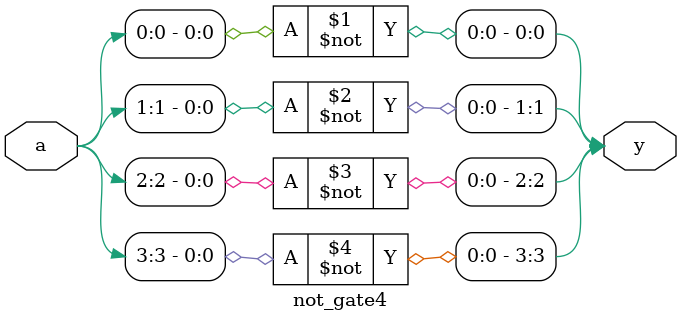
<source format=v>
module not_gate4
(
	input [3:0] a,
	output [3:0] y
);

	not n0(y[0], a[0]);
	not n1(y[1], a[1]);
	not n2(y[2], a[2]);
	not n3(y[3], a[3]);

endmodule

</source>
